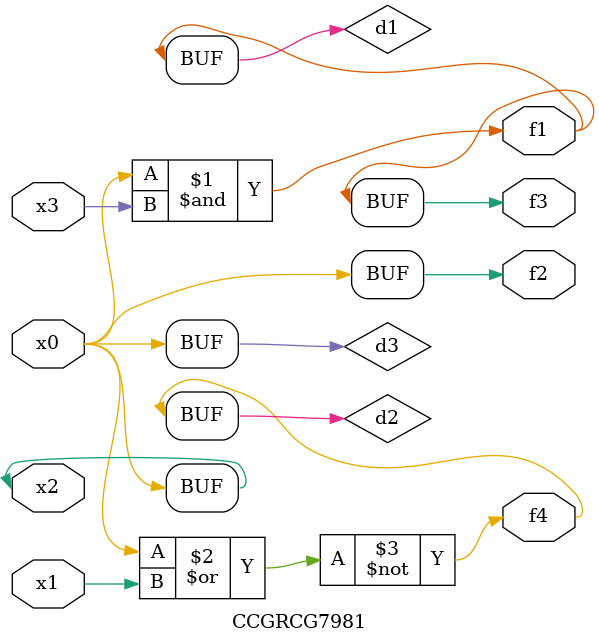
<source format=v>
module CCGRCG7981(
	input x0, x1, x2, x3,
	output f1, f2, f3, f4
);

	wire d1, d2, d3;

	and (d1, x2, x3);
	nor (d2, x0, x1);
	buf (d3, x0, x2);
	assign f1 = d1;
	assign f2 = d3;
	assign f3 = d1;
	assign f4 = d2;
endmodule

</source>
